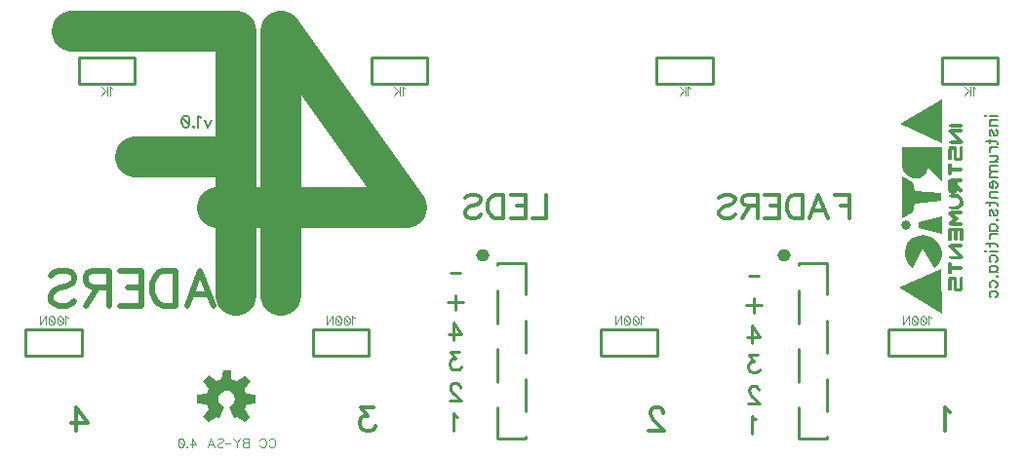
<source format=gbr>
G04 DipTrace 3.3.1.3*
G04 BottomSilk.gbr*
%MOIN*%
G04 #@! TF.FileFunction,Legend,Bot*
G04 #@! TF.Part,Single*
%ADD10C,0.009843*%
%ADD17O,0.04467X0.043737*%
%ADD19C,0.015595*%
%ADD20C,0.032763*%
%ADD21C,0.012472*%
%ADD22C,0.012494*%
%ADD23C,0.012472*%
%ADD24C,0.012494*%
%ADD25C,0.014044*%
%ADD26O,0.014044X0.015584*%
%ADD27O,0.032763X0.026485*%
%ADD28O,0.006247X0.007829*%
%ADD29C,0.014044*%
%ADD30O,0.014044X0.015657*%
%ADD31O,0.014044X0.012438*%
%ADD32O,0.010921X0.012438*%
%ADD49C,0.004632*%
%ADD50C,0.138953*%
%ADD51C,0.018527*%
%ADD52C,0.006176*%
%ADD53C,0.012351*%
%ADD54C,0.009264*%
%FSLAX26Y26*%
G04*
G70*
G90*
G75*
G01*
G04 BotSilk*
%LPD*%
D17*
X3288499Y1213958D3*
X3434854Y680238D2*
D10*
Y790524D1*
Y585940D2*
Y593673D1*
Y585940D2*
X3336800D1*
Y692131D1*
Y778696D2*
Y892816D1*
X3434854Y880274D2*
Y990559D1*
X3336800Y978666D2*
Y1092852D1*
X3434854Y1080374D2*
Y1185850D1*
X3336800Y1178832D2*
Y1185850D1*
X3434854D1*
D17*
X2258976Y1213958D3*
X2405332Y680238D2*
D10*
Y790524D1*
Y585940D2*
Y593673D1*
Y585940D2*
X2307277D1*
Y692131D1*
Y778696D2*
Y892816D1*
X2405332Y880274D2*
Y990559D1*
X2307277Y978666D2*
Y1092852D1*
X2405332Y1080374D2*
Y1185850D1*
X2307277Y1178832D2*
Y1185850D1*
X2405332D1*
D19*
X3856906Y1578518D3*
G36*
X3827267Y1745442D2*
X3683500Y1661084D1*
X3827267Y1595456D1*
Y1745442D1*
G37*
G36*
X3689991Y1581628D2*
Y1522365D1*
X3691542Y1514537D1*
X3696216Y1503635D1*
X3700890Y1495807D1*
X3707137Y1488051D1*
X3713383Y1483369D1*
X3722732Y1478686D1*
X3730551Y1477150D1*
X3741450Y1475540D1*
X3750820Y1477150D1*
X3761741Y1481832D1*
X3767988Y1488051D1*
X3774213Y1495807D1*
X3778909Y1505172D1*
X3782010Y1513000D1*
X3827267Y1464639D1*
Y1581628D1*
X3689991D1*
G37*
G36*
Y1483369D2*
Y1339821D1*
X3728978Y1360087D1*
X3733653Y1388182D1*
X3825694Y1397547D1*
Y1424106D1*
X3733653Y1433471D1*
X3728978Y1461493D1*
X3689991Y1483369D1*
G37*
G36*
X3747697Y1325773D2*
Y1305507D1*
X3827267Y1285240D1*
Y1344503D1*
X3747697Y1325773D1*
G37*
G36*
X3800751Y1168251D2*
X3763292Y1236879D1*
X3727428Y1168251D1*
X3716507Y1177616D1*
X3710260Y1186981D1*
X3704013Y1199419D1*
X3700890Y1211930D1*
Y1225978D1*
X3704013Y1238415D1*
X3708709Y1250926D1*
X3716507Y1261828D1*
X3727428Y1271193D1*
X3738349Y1277412D1*
X3750820Y1280558D1*
X3763292Y1282094D1*
X3777336Y1280558D1*
X3789830Y1277412D1*
X3802301Y1269656D1*
X3811650Y1260291D1*
X3819469Y1249390D1*
X3824143Y1236879D1*
X3827267Y1225978D1*
Y1211930D1*
X3824143Y1199419D1*
X3817896Y1185372D1*
X3800751Y1168251D1*
G37*
G36*
X3825694Y1166715D2*
X3680621Y1102696D1*
X3827267Y1013802D1*
X3825694Y1166715D1*
G37*
D20*
X3704800Y1315677D3*
G36*
X3856906Y1662767D2*
X3894343D1*
Y1650256D1*
X3856906D1*
Y1662767D1*
G37*
D21*
X3855344Y1656511D3*
D22*
X3894343D3*
G36*
X3856906Y1645573D2*
X3894343D1*
Y1633135D1*
X3856906D1*
Y1645573D1*
G37*
D23*
X3855344Y1639354D3*
D24*
X3894343D3*
G36*
X3856906Y1605040D2*
X3894343D1*
Y1592529D1*
X3856906D1*
Y1605040D1*
G37*
D21*
X3855344Y1598785D3*
D22*
X3894343D3*
G36*
X3858457Y1513000D2*
X3895894D1*
Y1500489D1*
X3858457D1*
Y1513000D1*
G37*
D21*
X3856895Y1506745D3*
X3895905D3*
D25*
X3874849Y1541863D3*
D26*
X3891995Y1542668D3*
D19*
X3856906Y1132364D3*
G36*
X3849109Y1525511D2*
X3861580D1*
Y1488051D1*
X3849109D1*
Y1525511D1*
G37*
D21*
X3855344Y1523938D3*
D23*
Y1489588D3*
G36*
X3856906Y1475540D2*
X3894343D1*
Y1463102D1*
X3856906D1*
Y1475540D1*
G37*
D23*
X3855344Y1469321D3*
D24*
X3894343D3*
G36*
X3856906Y1420960D2*
X3875625D1*
Y1408449D1*
X3856906D1*
Y1420960D1*
G37*
D21*
X3855344Y1414704D3*
G36*
X3849109Y1469321D2*
X3881871D1*
Y1435007D1*
X3849109D1*
Y1469321D1*
G37*
G36*
X3856906Y1380427D2*
X3870950D1*
Y1367916D1*
X3856906D1*
Y1380427D1*
G37*
D21*
X3855344Y1374171D3*
D27*
X3865490Y1437348D3*
G36*
X3858457Y1174470D2*
X3895894D1*
Y1162032D1*
X3858457D1*
Y1174470D1*
G37*
D23*
X3856895Y1168251D3*
X3895905D3*
G36*
X3849109Y1186981D2*
X3861580D1*
Y1149521D1*
X3849109D1*
Y1186981D1*
G37*
D21*
X3855344Y1185408D3*
Y1151094D3*
G36*
X3856906Y1307116D2*
X3894343D1*
Y1294605D1*
X3856906D1*
Y1307116D1*
G37*
D21*
X3855344Y1300861D3*
D22*
X3894343D3*
G36*
X3856906Y1324237D2*
X3894343D1*
Y1311726D1*
X3856906D1*
Y1324237D1*
G37*
D21*
X3855344Y1317981D3*
D22*
X3894343D3*
G36*
X3856906Y1364770D2*
X3894343D1*
Y1352332D1*
X3856906D1*
Y1364770D1*
G37*
D23*
X3855344Y1358551D3*
D24*
X3894343D3*
G36*
X3872501Y1417814D2*
X3881871D1*
Y1408449D1*
X3872501D1*
Y1417814D1*
G37*
D28*
X3880299Y1339053D3*
D29*
X3874849Y1095672D3*
D30*
X3891995Y1096477D3*
G36*
X3849109Y1130791D2*
X3861580D1*
Y1093331D1*
X3849109D1*
Y1130791D1*
G37*
D23*
X3855344Y1129255D3*
D21*
Y1094904D3*
G36*
X3867827Y1135474D2*
X3878748D1*
Y1098014D1*
X3867827D1*
Y1135474D1*
G37*
D31*
X3871726Y1133937D3*
G36*
X3888096Y1135474D2*
X3899017D1*
Y1098014D1*
X3888096D1*
Y1135474D1*
G37*
G36*
X3849109Y1639354D2*
X3888096Y1595675D1*
X3900590Y1597212D1*
X3897466Y1603504D1*
X3866254Y1639354D1*
X3849109D1*
G37*
G36*
X3856906Y1250926D2*
X3894343D1*
Y1238415D1*
X3856906D1*
Y1250926D1*
G37*
D21*
X3855344Y1244671D3*
D22*
X3894343D3*
G36*
X3856906Y1210394D2*
X3894343D1*
Y1197883D1*
X3856906D1*
Y1210394D1*
G37*
D21*
X3855344Y1204138D3*
D22*
X3894343D3*
G36*
X3849109Y1244708D2*
X3888096Y1201029D1*
X3900590Y1202565D1*
X3897466Y1208784D1*
X3866254Y1244708D1*
X3849109D1*
G37*
G36*
Y1576945D2*
X3861580D1*
Y1539559D1*
X3849109D1*
Y1576945D1*
G37*
D23*
X3855344Y1575409D3*
Y1541095D3*
G36*
X3867827Y1581628D2*
X3878748D1*
Y1544168D1*
X3867827D1*
Y1581628D1*
G37*
D31*
X3871726Y1580092D3*
D32*
X3893557Y1135474D3*
G36*
X3888096Y1581628D2*
X3899017D1*
Y1544168D1*
X3888096D1*
Y1581628D1*
G37*
D32*
X3893557D3*
D23*
X3892781Y1545778D3*
D22*
X3894343Y1431898D3*
G36*
X3880299Y1456810D2*
X3899017Y1436544D1*
X3889669Y1427179D1*
X3877175Y1439690D1*
X3880299Y1456810D1*
G37*
G36*
X3900590Y1396011D2*
Y1385109D1*
X3892770Y1374135D1*
X3881871Y1369452D1*
X3869378Y1367916D1*
X3867827Y1380427D1*
X3880299Y1381963D1*
X3900590Y1396011D1*
G37*
G36*
X3869378Y1420960D2*
X3884973D1*
X3899017Y1410058D1*
X3900590Y1392865D1*
X3891219Y1378817D1*
X3886545Y1386646D1*
X3889669Y1392865D1*
X3888096Y1402230D1*
X3869378Y1420960D1*
G37*
G36*
X3849109Y1357014D2*
X3866254Y1338284D1*
X3850659Y1321091D1*
X3860030Y1314872D1*
X3880299Y1335138D1*
Y1342967D1*
X3866254Y1357014D1*
X3849109D1*
G37*
G36*
X3858457Y1586310D2*
X3870950D1*
Y1573873D1*
X3858457D1*
Y1586310D1*
G37*
G36*
X3877175Y1545778D2*
X3891219D1*
Y1534876D1*
X3877175D1*
Y1545778D1*
G37*
G36*
X3847536Y1300824D2*
X3860030D1*
Y1263438D1*
X3847536D1*
Y1300824D1*
G37*
D24*
X3853783Y1299288D3*
Y1264974D3*
G36*
X3867827Y1302434D2*
X3880299D1*
Y1264974D1*
X3867827D1*
Y1302434D1*
G37*
D21*
X3874063Y1300861D3*
D23*
Y1266510D3*
G36*
X3888096Y1300824D2*
X3900590D1*
Y1263438D1*
X3888096D1*
Y1300824D1*
G37*
D24*
X3894343Y1299288D3*
Y1264974D3*
D21*
X3892781Y1099587D3*
G36*
X3858457Y1140156D2*
X3870950D1*
Y1127718D1*
X3858457D1*
Y1140156D1*
G37*
G36*
X3877175Y1099623D2*
X3891219D1*
Y1088649D1*
X3877175D1*
Y1099623D1*
G37*
G36*
X1396778Y820360D2*
X1370260D1*
X1365588Y789163D1*
X1346858Y781359D1*
X1321898Y801649D1*
X1301630Y781359D1*
X1321898Y756404D1*
X1314090Y739235D1*
X1282900Y734553D1*
Y706477D1*
X1314090Y703355D1*
X1321898Y684644D1*
X1303188Y659671D1*
X1321898Y640960D1*
X1346858Y659671D1*
X1357780Y655007D1*
X1373375Y692448D1*
X1362453Y701795D1*
X1354665Y712720D1*
Y725206D1*
X1357780Y736114D1*
X1367145Y743918D1*
X1378068Y748600D1*
X1390548D1*
X1401470Y742357D1*
X1407700Y732992D1*
X1410815Y720524D1*
X1407700Y708038D1*
X1399893Y697112D1*
X1392105Y692448D1*
X1407700Y655007D1*
X1418623Y659671D1*
X1443583Y640960D1*
X1462293Y659671D1*
X1443583Y686205D1*
X1451390Y703355D1*
X1482580Y706477D1*
Y734553D1*
X1449813Y737675D1*
X1443583Y756404D1*
X1463850Y781359D1*
X1443583Y800088D1*
X1418623Y781359D1*
X1399893Y787602D1*
X1396778Y820360D1*
G37*
X877819Y1798701D2*
D10*
X1069819D1*
Y1888701D1*
X877819D1*
Y1798701D1*
X888570Y960576D2*
X696570D1*
Y870576D1*
X888570D1*
Y960576D1*
X1877819Y1798701D2*
X2069819D1*
Y1888701D1*
X1877819D1*
Y1798701D1*
X1868777Y960576D2*
X1676777D1*
Y870576D1*
X1868777D1*
Y960576D1*
X2852819Y1798701D2*
X3044819D1*
Y1888701D1*
X2852819D1*
Y1798701D1*
X2855236Y960576D2*
X2663236D1*
Y870576D1*
X2855236D1*
Y960576D1*
X3827819Y1798701D2*
X4019819D1*
Y1888701D1*
X3827819D1*
Y1798701D1*
X3838570Y960576D2*
X3646570D1*
Y870576D1*
X3838570D1*
Y960576D1*
X992097Y1782755D2*
D49*
X989212Y1784215D1*
X984901Y1788492D1*
Y1758382D1*
X975637Y1788526D2*
Y1758382D1*
X955541Y1788526D2*
X975637Y1768430D1*
X968474Y1775626D2*
X955541Y1758382D1*
X840207Y998740D2*
X837322Y1000199D1*
X833011Y1004477D1*
Y974366D1*
X815125Y1004477D2*
X819436Y1003051D1*
X822321Y998740D1*
X823747Y991577D1*
Y987266D1*
X822321Y980103D1*
X819436Y975792D1*
X815125Y974366D1*
X812273D1*
X807962Y975792D1*
X805110Y980103D1*
X803651Y987266D1*
Y991577D1*
X805110Y998740D1*
X807962Y1003051D1*
X812273Y1004477D1*
X815125D1*
X805110Y998740D2*
X822321Y980103D1*
X785766Y1004477D2*
X790077Y1003051D1*
X792962Y998740D1*
X794388Y991577D1*
Y987266D1*
X792962Y980103D1*
X790077Y975792D1*
X785766Y974366D1*
X782914D1*
X778603Y975792D1*
X775751Y980103D1*
X774292Y987266D1*
Y991577D1*
X775751Y998740D1*
X778603Y1003051D1*
X782914Y1004477D1*
X785766D1*
X775751Y998740D2*
X792962Y980103D1*
X744932Y1004510D2*
Y974366D1*
X765028Y1004510D1*
Y974366D1*
X1992097Y1782755D2*
X1989212Y1784215D1*
X1984901Y1788492D1*
Y1758382D1*
X1975637Y1788526D2*
Y1758382D1*
X1955541Y1788526D2*
X1975637Y1768430D1*
X1968474Y1775626D2*
X1955541Y1758382D1*
X1820414Y998740D2*
X1817529Y1000199D1*
X1813218Y1004477D1*
Y974366D1*
X1795333Y1004477D2*
X1799644Y1003051D1*
X1802529Y998740D1*
X1803955Y991577D1*
Y987266D1*
X1802529Y980103D1*
X1799644Y975792D1*
X1795333Y974366D1*
X1792481D1*
X1788170Y975792D1*
X1785318Y980103D1*
X1783859Y987266D1*
Y991577D1*
X1785318Y998740D1*
X1788170Y1003051D1*
X1792481Y1004477D1*
X1795333D1*
X1785318Y998740D2*
X1802529Y980103D1*
X1765973Y1004477D2*
X1770284Y1003051D1*
X1773169Y998740D1*
X1774595Y991577D1*
Y987266D1*
X1773169Y980103D1*
X1770284Y975792D1*
X1765973Y974366D1*
X1763121D1*
X1758810Y975792D1*
X1755958Y980103D1*
X1754499Y987266D1*
Y991577D1*
X1755958Y998740D1*
X1758810Y1003051D1*
X1763121Y1004477D1*
X1765973D1*
X1755958Y998740D2*
X1773169Y980103D1*
X1725140Y1004510D2*
Y974366D1*
X1745236Y1004510D1*
Y974366D1*
X2967097Y1782755D2*
X2964212Y1784215D1*
X2959901Y1788492D1*
Y1758382D1*
X2950637Y1788526D2*
Y1758382D1*
X2930541Y1788526D2*
X2950637Y1768430D1*
X2943474Y1775626D2*
X2930541Y1758382D1*
X2806874Y998740D2*
X2803989Y1000199D1*
X2799677Y1004477D1*
Y974366D1*
X2781792Y1004477D2*
X2786103Y1003051D1*
X2788988Y998740D1*
X2790414Y991577D1*
Y987266D1*
X2788988Y980103D1*
X2786103Y975792D1*
X2781792Y974366D1*
X2778940D1*
X2774629Y975792D1*
X2771777Y980103D1*
X2770318Y987266D1*
Y991577D1*
X2771777Y998740D1*
X2774629Y1003051D1*
X2778940Y1004477D1*
X2781792D1*
X2771777Y998740D2*
X2788988Y980103D1*
X2752432Y1004477D2*
X2756743Y1003051D1*
X2759628Y998740D1*
X2761054Y991577D1*
Y987266D1*
X2759628Y980103D1*
X2756743Y975792D1*
X2752432Y974366D1*
X2749580D1*
X2745269Y975792D1*
X2742418Y980103D1*
X2740958Y987266D1*
Y991577D1*
X2742418Y998740D1*
X2745269Y1003051D1*
X2749580Y1004477D1*
X2752432D1*
X2742418Y998740D2*
X2759628Y980103D1*
X2711599Y1004510D2*
Y974366D1*
X2731695Y1004510D1*
Y974366D1*
X3942097Y1782755D2*
X3939212Y1784215D1*
X3934901Y1788492D1*
Y1758382D1*
X3925637Y1788526D2*
Y1758382D1*
X3905541Y1788526D2*
X3925637Y1768430D1*
X3918474Y1775626D2*
X3905541Y1758382D1*
X3790207Y998740D2*
X3787322Y1000199D1*
X3783011Y1004477D1*
Y974366D1*
X3765125Y1004477D2*
X3769436Y1003051D1*
X3772321Y998740D1*
X3773747Y991577D1*
Y987266D1*
X3772321Y980103D1*
X3769436Y975792D1*
X3765125Y974366D1*
X3762273D1*
X3757962Y975792D1*
X3755110Y980103D1*
X3753651Y987266D1*
Y991577D1*
X3755110Y998740D1*
X3757962Y1003051D1*
X3762273Y1004477D1*
X3765125D1*
X3755110Y998740D2*
X3772321Y980103D1*
X3735766Y1004477D2*
X3740077Y1003051D1*
X3742962Y998740D1*
X3744388Y991577D1*
Y987266D1*
X3742962Y980103D1*
X3740077Y975792D1*
X3735766Y974366D1*
X3732914D1*
X3728603Y975792D1*
X3725751Y980103D1*
X3724292Y987266D1*
Y991577D1*
X3725751Y998740D1*
X3728603Y1003051D1*
X3732914Y1004477D1*
X3735766D1*
X3725751Y998740D2*
X3742962Y980103D1*
X3694932Y1004510D2*
Y974366D1*
X3715028Y1004510D1*
Y974366D1*
X1568023Y1074885D2*
D50*
Y1978211D1*
X1998794Y1376325D1*
X1353135D1*
X856495Y1979207D2*
X1416596D1*
Y1074887D1*
Y1548436D2*
X1072378D1*
X1246707Y1040123D2*
D51*
X1292736Y1160699D1*
X1338632Y1040123D1*
X1321388Y1080315D2*
X1263952D1*
X1209653Y1160699D2*
Y1040123D1*
X1169461D1*
X1152217Y1045960D1*
X1140677Y1057367D1*
X1134973Y1068908D1*
X1129269Y1086019D1*
Y1114804D1*
X1134973Y1132048D1*
X1140677Y1143455D1*
X1152217Y1154996D1*
X1169461Y1160699D1*
X1209653D1*
X1017668D2*
X1092215D1*
Y1040123D1*
X1017668D1*
X1092215Y1103263D2*
X1046319D1*
X980613D2*
X929014D1*
X911770Y1109100D1*
X905933Y1114804D1*
X900229Y1126211D1*
Y1137751D1*
X905933Y1149159D1*
X911770Y1154996D1*
X929014Y1160699D1*
X980613D1*
Y1040123D1*
X940421Y1103263D2*
X900229Y1040123D1*
X782791Y1143455D2*
X794199Y1154996D1*
X811443Y1160699D1*
X834391D1*
X851635Y1154996D1*
X863175Y1143455D1*
Y1132048D1*
X857339Y1120507D1*
X851635Y1114804D1*
X840227Y1109100D1*
X805739Y1097559D1*
X794199Y1091856D1*
X788495Y1086019D1*
X782791Y1074612D1*
Y1057367D1*
X794199Y1045960D1*
X811443Y1040123D1*
X834391D1*
X851635Y1045960D1*
X863175Y1057367D1*
X3976984Y1691715D2*
D52*
X3978886Y1689813D1*
X3976984Y1687868D1*
X3975039Y1689813D1*
X3976984Y1691715D1*
X3990382Y1689813D2*
X4017176D1*
X3990382Y1675517D2*
X4017176D1*
X3998031D2*
X3992283Y1669769D1*
X3990382Y1665922D1*
Y1660218D1*
X3992283Y1656371D1*
X3998031Y1654470D1*
X4017176D1*
X3996130Y1621072D2*
X3992283Y1622973D1*
X3990382Y1628721D1*
Y1634469D1*
X3992283Y1640217D1*
X3996130Y1642119D1*
X3999932Y1640217D1*
X4001878Y1636371D1*
X4003779Y1626820D1*
X4005680Y1622973D1*
X4009527Y1621072D1*
X4011428D1*
X4015231Y1622973D1*
X4017176Y1628721D1*
Y1634469D1*
X4015231Y1640217D1*
X4011428Y1642119D1*
X3976984Y1602972D2*
X4009527D1*
X4015231Y1601071D1*
X4017176Y1597224D1*
Y1593422D1*
X3990382Y1608720D2*
Y1595323D1*
Y1581070D2*
X4017176D1*
X4001878D2*
X3996130Y1579125D1*
X3992283Y1575322D1*
X3990382Y1571476D1*
Y1565728D1*
Y1553376D2*
X4009527D1*
X4015231Y1551475D1*
X4017176Y1547628D1*
Y1541880D1*
X4015231Y1538078D1*
X4009527Y1532330D1*
X3990382D2*
X4017176D1*
X3990382Y1519978D2*
X4017176D1*
X3998031D2*
X3992283Y1514230D1*
X3990382Y1510383D1*
Y1504680D1*
X3992283Y1500833D1*
X3998031Y1498932D1*
X4017176D1*
X3998031D2*
X3992283Y1493184D1*
X3990382Y1489337D1*
Y1483633D1*
X3992283Y1479786D1*
X3998031Y1477841D1*
X4017176D1*
X4001878Y1465489D2*
Y1442541D1*
X3998031D1*
X3994184Y1444443D1*
X3992283Y1446344D1*
X3990382Y1450191D1*
Y1455939D1*
X3992283Y1459741D1*
X3996130Y1463588D1*
X4001878Y1465489D1*
X4005680D1*
X4011428Y1463588D1*
X4015231Y1459741D1*
X4017176Y1455939D1*
Y1450191D1*
X4015231Y1446344D1*
X4011428Y1442541D1*
X3990382Y1430190D2*
X4017176D1*
X3998031D2*
X3992283Y1424442D1*
X3990382Y1420595D1*
Y1414891D1*
X3992283Y1411045D1*
X3998031Y1409143D1*
X4017176D1*
X3976984Y1391044D2*
X4009527D1*
X4015231Y1389143D1*
X4017176Y1385296D1*
Y1381493D1*
X3990382Y1396792D2*
Y1383395D1*
X3996130Y1348095D2*
X3992283Y1349997D1*
X3990382Y1355745D1*
Y1361493D1*
X3992283Y1367241D1*
X3996130Y1369142D1*
X3999932Y1367241D1*
X4001878Y1363394D1*
X4003779Y1353843D1*
X4005680Y1349997D1*
X4009527Y1348095D1*
X4011428D1*
X4015231Y1349997D1*
X4017176Y1355745D1*
Y1361493D1*
X4015231Y1367241D1*
X4011428Y1369142D1*
X4013330Y1333843D2*
X4015275Y1335744D1*
X4017176Y1333843D1*
X4015275Y1331897D1*
X4013330Y1333843D1*
X3990382Y1296598D2*
X4017176D1*
X3996130D2*
X3992283Y1300400D1*
X3990382Y1304247D1*
Y1309951D1*
X3992283Y1313798D1*
X3996130Y1317600D1*
X4001878Y1319546D1*
X4005680D1*
X4011428Y1317600D1*
X4015231Y1313798D1*
X4017176Y1309951D1*
Y1304247D1*
X4015231Y1300400D1*
X4011428Y1296598D1*
X3990382Y1284247D2*
X4017176D1*
X4001878D2*
X3996130Y1282301D1*
X3992283Y1278498D1*
X3990382Y1274652D1*
Y1268904D1*
X3976984Y1250804D2*
X4009527D1*
X4015231Y1248903D1*
X4017176Y1245056D1*
Y1241254D1*
X3990382Y1256552D2*
Y1243155D1*
X3976984Y1228902D2*
X3978886Y1227001D1*
X3976984Y1225056D1*
X3975039Y1227001D1*
X3976984Y1228902D1*
X3990382Y1227001D2*
X4017176D1*
X3996130Y1189712D2*
X3992283Y1193559D1*
X3990382Y1197406D1*
Y1203109D1*
X3992283Y1206956D1*
X3996130Y1210759D1*
X4001878Y1212704D1*
X4005680D1*
X4011428Y1210759D1*
X4015231Y1206956D1*
X4017176Y1203109D1*
Y1197406D1*
X4015231Y1193559D1*
X4011428Y1189712D1*
X3990382Y1154413D2*
X4017176D1*
X3996130D2*
X3992283Y1158215D1*
X3990382Y1162062D1*
Y1167766D1*
X3992283Y1171613D1*
X3996130Y1175415D1*
X4001878Y1177361D1*
X4005680D1*
X4011428Y1175415D1*
X4015231Y1171613D1*
X4017176Y1167766D1*
Y1162062D1*
X4015231Y1158215D1*
X4011428Y1154413D1*
X4013330Y1140160D2*
X4015275Y1142061D1*
X4017176Y1140160D1*
X4015275Y1138215D1*
X4013330Y1140160D1*
X3996130Y1102871D2*
X3992283Y1106718D1*
X3990382Y1110565D1*
Y1116268D1*
X3992283Y1120115D1*
X3996130Y1123918D1*
X4001878Y1125863D1*
X4005680D1*
X4011428Y1123918D1*
X4015231Y1120115D1*
X4017176Y1116268D1*
Y1110565D1*
X4015231Y1106718D1*
X4011428Y1102871D1*
X3996130Y1067528D2*
X3992283Y1071374D1*
X3990382Y1075221D1*
Y1080925D1*
X3992283Y1084772D1*
X3996130Y1088574D1*
X4001878Y1090520D1*
X4005680D1*
X4011428Y1088574D1*
X4015231Y1084772D1*
X4017176Y1080925D1*
Y1075221D1*
X4015231Y1071374D1*
X4011428Y1067528D1*
X3461781Y1419902D2*
D53*
X3511568D1*
Y1339518D1*
Y1381611D2*
X3480971D1*
X3375796Y1339518D2*
X3406481Y1419902D1*
X3437079Y1339518D1*
X3425583Y1366312D2*
X3387292D1*
X3351093Y1419902D2*
Y1339518D1*
X3324298D1*
X3312802Y1343408D1*
X3305109Y1351014D1*
X3301306Y1358707D1*
X3297504Y1370115D1*
Y1389304D1*
X3301306Y1400800D1*
X3305109Y1408405D1*
X3312802Y1416099D1*
X3324298Y1419902D1*
X3351093D1*
X3223102D2*
X3272801D1*
Y1339518D1*
X3223102D1*
X3272801Y1381611D2*
X3242204D1*
X3198400D2*
X3164000D1*
X3152504Y1385502D1*
X3148613Y1389304D1*
X3144810Y1396909D1*
Y1404603D1*
X3148613Y1412208D1*
X3152504Y1416099D1*
X3164000Y1419902D1*
X3198400D1*
Y1339518D1*
X3171605Y1381611D2*
X3144810Y1339518D1*
X3066518Y1408405D2*
X3074123Y1416099D1*
X3085619Y1419902D1*
X3100918D1*
X3112414Y1416099D1*
X3120108Y1408405D1*
Y1400800D1*
X3116217Y1393107D1*
X3112414Y1389304D1*
X3104809Y1385502D1*
X3081817Y1377808D1*
X3074123Y1374006D1*
X3070321Y1370115D1*
X3066518Y1362510D1*
Y1351014D1*
X3074123Y1343408D1*
X3085619Y1339518D1*
X3100918D1*
X3112414Y1343408D1*
X3120108Y1351014D1*
X2474672Y1419902D2*
Y1339518D1*
X2428777D1*
X2354375Y1419902D2*
X2404074D1*
Y1339518D1*
X2354375D1*
X2404074Y1381611D2*
X2373477D1*
X2329673Y1419902D2*
Y1339518D1*
X2302878D1*
X2291382Y1343408D1*
X2283688Y1351014D1*
X2279886Y1358707D1*
X2276083Y1370115D1*
Y1389304D1*
X2279886Y1400800D1*
X2283688Y1408405D1*
X2291382Y1416099D1*
X2302878Y1419902D1*
X2329673D1*
X2197791Y1408405D2*
X2205396Y1416099D1*
X2216892Y1419902D1*
X2232191D1*
X2243687Y1416099D1*
X2251381Y1408405D1*
Y1400800D1*
X2247490Y1393107D1*
X2243687Y1389304D1*
X2236082Y1385502D1*
X2213090Y1377808D1*
X2205396Y1374006D1*
X2201594Y1370115D1*
X2197791Y1362510D1*
Y1351014D1*
X2205396Y1343408D1*
X2216892Y1339518D1*
X2232191D1*
X2243687Y1343408D1*
X2251381Y1351014D1*
X1330066Y1677246D2*
D52*
X1318570Y1650451D1*
X1307118Y1677246D1*
X1294767Y1682950D2*
X1290920Y1684895D1*
X1285172Y1690599D1*
Y1650451D1*
X1270920Y1654298D2*
X1272821Y1652352D1*
X1270920Y1650451D1*
X1268974Y1652352D1*
X1270920Y1654298D1*
X1245127Y1690599D2*
X1250875Y1688698D1*
X1254721Y1682950D1*
X1256623Y1673399D1*
Y1667651D1*
X1254721Y1658100D1*
X1250875Y1652352D1*
X1245127Y1650451D1*
X1241324D1*
X1235576Y1652352D1*
X1231773Y1658100D1*
X1229828Y1667651D1*
Y1673399D1*
X1231773Y1682950D1*
X1235576Y1688698D1*
X1241324Y1690599D1*
X1245127D1*
X1231773Y1682950D2*
X1254721Y1658100D1*
X1527190Y578461D2*
D49*
X1528616Y581313D1*
X1531501Y584198D1*
X1534353Y585624D1*
X1540090D1*
X1542975Y584198D1*
X1545827Y581313D1*
X1547286Y578461D1*
X1548712Y574150D1*
Y566954D1*
X1547286Y562676D1*
X1545827Y559791D1*
X1542975Y556939D1*
X1540090Y555480D1*
X1534353D1*
X1531501Y556939D1*
X1528616Y559791D1*
X1527190Y562676D1*
X1496404Y578461D2*
X1497830Y581313D1*
X1500715Y584198D1*
X1503567Y585624D1*
X1509304D1*
X1512189Y584198D1*
X1515041Y581313D1*
X1516500Y578461D1*
X1517926Y574150D1*
Y566954D1*
X1516500Y562676D1*
X1515041Y559791D1*
X1512189Y556939D1*
X1509304Y555480D1*
X1503567D1*
X1500715Y556939D1*
X1497830Y559791D1*
X1496404Y562676D1*
X1457980Y585624D2*
Y555480D1*
X1445047D1*
X1440736Y556939D1*
X1439310Y558365D1*
X1437884Y561217D1*
Y565528D1*
X1439310Y568413D1*
X1440736Y569839D1*
X1445047Y571265D1*
X1440736Y572724D1*
X1439310Y574150D1*
X1437884Y577002D1*
Y579887D1*
X1439310Y582739D1*
X1440736Y584198D1*
X1445047Y585624D1*
X1457980D1*
Y571265D2*
X1445047D1*
X1428621Y585624D2*
X1417147Y571265D1*
Y555480D1*
X1405673Y585624D2*
X1417147Y571265D1*
X1396409Y570535D2*
X1379828D1*
X1350469Y581313D2*
X1353321Y584198D1*
X1357632Y585624D1*
X1363369D1*
X1367680Y584198D1*
X1370565Y581313D1*
Y578461D1*
X1369106Y575576D1*
X1367680Y574150D1*
X1364828Y572724D1*
X1356206Y569839D1*
X1353321Y568413D1*
X1351895Y566954D1*
X1350469Y564102D1*
Y559791D1*
X1353321Y556939D1*
X1357632Y555480D1*
X1363369D1*
X1367680Y556939D1*
X1370565Y559791D1*
X1318224Y555480D2*
X1329731Y585624D1*
X1341205Y555480D1*
X1336894Y565528D2*
X1322535D1*
X1265441Y555480D2*
Y585591D1*
X1279800Y565528D1*
X1258278D1*
X1247589Y558365D2*
X1249015Y556906D1*
X1247589Y555480D1*
X1246130Y556906D1*
X1247589Y558365D1*
X1228244Y585591D2*
X1232555Y584165D1*
X1235440Y579854D1*
X1236866Y572691D1*
Y568380D1*
X1235440Y561217D1*
X1232555Y556906D1*
X1228244Y555480D1*
X1225392D1*
X1221081Y556906D1*
X1218229Y561217D1*
X1216770Y568380D1*
Y572691D1*
X1218229Y579854D1*
X1221081Y584165D1*
X1225392Y585591D1*
X1228244D1*
X1218229Y579854D2*
X1235440Y561217D1*
X2181336Y760417D2*
D54*
Y763269D1*
X2178484Y769040D1*
X2175632Y771891D1*
X2169862Y774743D1*
X2158388D1*
X2152684Y771891D1*
X2149832Y769040D1*
X2146914Y763269D1*
Y757566D1*
X2149832Y751795D1*
X2155536Y743240D1*
X2184254Y714522D1*
X2144062D1*
X2180740Y1150883D2*
X2147578D1*
X2164192Y1076719D2*
Y1025053D1*
X2189992Y1050853D2*
X2138326D1*
X2156963Y920774D2*
Y980995D1*
X2185681Y940870D1*
X2142637D1*
X2178484Y880998D2*
X2146980D1*
X2164158Y858050D1*
X2155536D1*
X2149832Y855198D1*
X2146980Y852346D1*
X2144062Y843724D1*
Y838020D1*
X2146980Y829398D1*
X2152684Y823628D1*
X2161306Y820776D1*
X2169928D1*
X2178484Y823628D1*
X2181336Y826546D1*
X2184254Y832250D1*
X2171355Y660141D2*
X2165585Y663059D1*
X2156962Y671615D1*
Y611393D1*
X3855827Y677139D2*
D53*
X3848134Y681030D1*
X3836638Y692438D1*
Y612142D1*
X2876000Y673337D2*
Y677139D1*
X2872198Y684833D1*
X2868395Y688635D1*
X2860701Y692438D1*
X2845403D1*
X2837798Y688635D1*
X2833995Y684833D1*
X2830104Y677139D1*
Y669534D1*
X2833995Y661841D1*
X2841600Y650433D1*
X2879891Y612142D1*
X2826302D1*
X1883701Y692438D2*
X1841697D1*
X1864600Y661841D1*
X1853104D1*
X1845499Y658038D1*
X1841697Y654235D1*
X1837806Y642739D1*
Y635134D1*
X1841697Y623638D1*
X1849302Y615945D1*
X1860798Y612142D1*
X1872294D1*
X1883701Y615945D1*
X1887504Y619836D1*
X1891395Y627441D1*
X869899Y612142D2*
Y692438D1*
X908190Y638937D1*
X850798D1*
X3201576Y751058D2*
D54*
Y753910D1*
X3198724Y759680D1*
X3195872Y762532D1*
X3190102Y765384D1*
X3178628D1*
X3172924Y762532D1*
X3170073Y759680D1*
X3167154Y753910D1*
Y748206D1*
X3170073Y742436D1*
X3175776Y733880D1*
X3204494Y705162D1*
X3164302D1*
X3200979Y1141524D2*
X3167817D1*
X3184431Y1067359D2*
Y1015693D1*
X3210231Y1041493D2*
X3158565D1*
X3177202Y911414D2*
Y971636D1*
X3205920Y931510D1*
X3162876D1*
X3198724Y871638D2*
X3167221D1*
X3184398Y848690D1*
X3175776D1*
X3170073Y845839D1*
X3167221Y842987D1*
X3164302Y834365D1*
Y828661D1*
X3167221Y820039D1*
X3172924Y814269D1*
X3181546Y811417D1*
X3190169D1*
X3198724Y814269D1*
X3201576Y817187D1*
X3204494Y822891D1*
X3191594Y650781D2*
X3185823Y653699D1*
X3177201Y662255D1*
Y602033D1*
M02*

</source>
